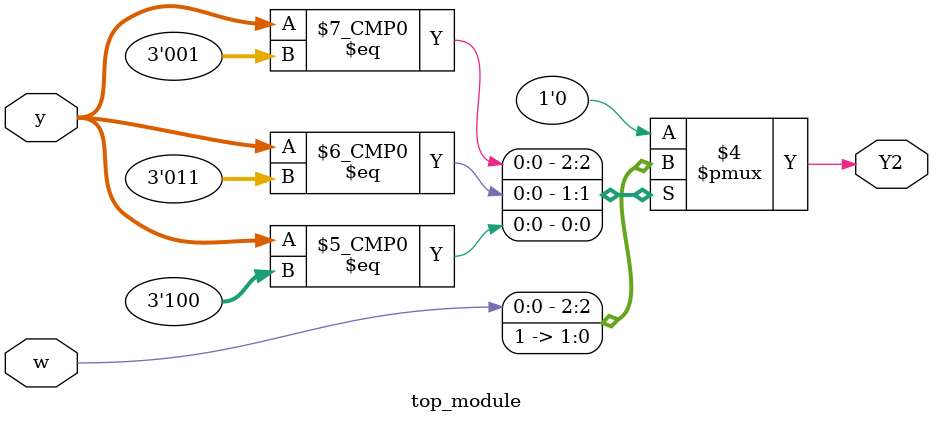
<source format=sv>
module top_module(
    input [3:1] y,
    input w,
    output reg Y2);

    always @(*) begin
        case (y)
            3'b000: Y2 = 0; // State A
            3'b001: Y2 = w; // State B
            3'b010: Y2 = 0; // State C
            3'b011: Y2 = 1; // State D
            3'b100: Y2 = 1; // State E
            3'b101: Y2 = 0; // State F
            default: Y2 = 0;
        endcase
    end

endmodule

</source>
